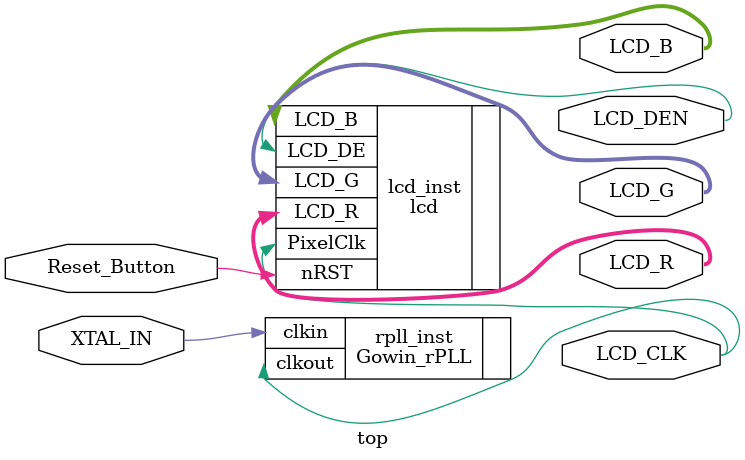
<source format=sv>
module top (
    input  logic         Reset_Button,
    input  logic         XTAL_IN,

    output logic         LCD_CLK,
    output logic         LCD_DEN,
    output logic [4:0]   LCD_R,
    output logic [5:0]   LCD_G,
    output logic [4:0]   LCD_B
);

    // PLL ... make it by IP Generator -> Hard Module -> Clock -> rPLL -> clockin 27, clockout 10
    // (480+50+30) * (272+20+8) * 60Hz = 10.08MHz
    Gowin_rPLL rpll_inst (
        .clkout (LCD_CLK), //  10.125MHz
        .clkin  (XTAL_IN)  //  27MHz
    );

    // LCD
    lcd lcd_inst (
        .PixelClk  (LCD_CLK),
        // Tang Nano 20K:
        // .nRST      (!Reset_Button),
        // Tang Nano 9K:
        .nRST      (Reset_Button),

        .LCD_DE    (LCD_DEN),
        .LCD_B     (LCD_B),
        .LCD_G     (LCD_G),
        .LCD_R     (LCD_R)
    );

endmodule

</source>
